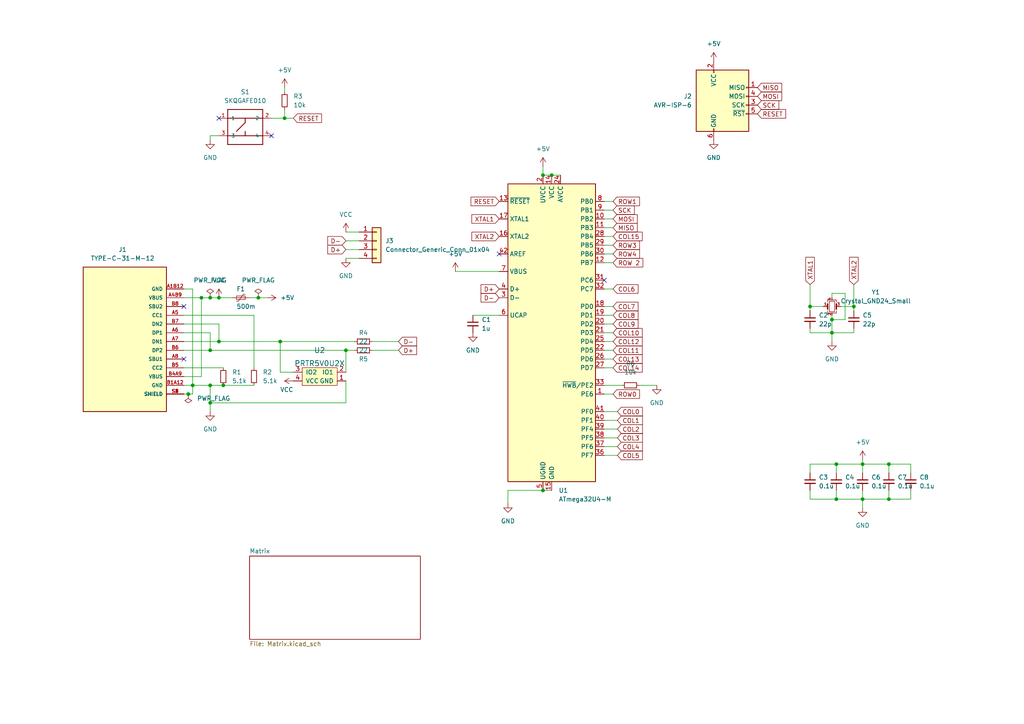
<source format=kicad_sch>
(kicad_sch (version 20211123) (generator eeschema)
  (paper "A4")
  (lib_symbols
    (symbol "Connector:AVR-ISP-6" (pin_names (offset 1.016))
      (property "Reference" "J" (at -6.35 11.43 0))
      (property "Value" "AVR-ISP-6" (at 0 11.43 0))
      (symbol "AVR-ISP-6_0_1"
        (rectangle (start -2.667 -6.858) (end -2.413 -7.62))
        (rectangle (start -2.667 10.16) (end -2.413 9.398))
        (rectangle (start 7.62 -2.413) (end 6.858 -2.667))
        (rectangle (start 7.62 0.127) (end 6.858 -0.127))
        (rectangle (start 7.62 2.667) (end 6.858 2.413))
        (rectangle (start 7.62 5.207) (end 6.858 4.953))
        (rectangle (start 7.62 10.16) (end -7.62 -7.62) (stroke (width 0.254)) (fill (type background)))
      )
      (symbol "AVR-ISP-6_1_1"
        (pin passive line (at 10.16 5.08 180) (length 2.54) (name "MISO") (number "1"))
        (pin passive line (at -2.54 12.7 270) (length 2.54) (name "VCC") (number "2"))
        (pin passive line (at 10.16 0 180) (length 2.54) (name "SCK") (number "3"))
        (pin passive line (at 10.16 2.54 180) (length 2.54) (name "MOSI") (number "4"))
        (pin passive line (at 10.16 -2.54 180) (length 2.54) (name "~{RST}") (number "5"))
        (pin passive line (at -2.54 -10.16 90) (length 2.54) (name "GND") (number "6"))
      )
    )
    (symbol "Device:C_Small" (pin_numbers hide) (pin_names (offset 0.254) hide)
      (property "Reference" "C" (at 0.254 1.778 0))
      (property "Value" "C_Small" (at 0.254 -2.032 0))
      (symbol "C_Small_0_1"
        (polyline (pts (xy -1.524 -0.508) (xy 1.524 -0.508)) (stroke (width 0.3302)))
        (polyline (pts (xy -1.524 0.508) (xy 1.524 0.508)) (stroke (width 0.3048)))
      )
      (symbol "C_Small_1_1"
        (pin passive line (at 0 2.54 270) (length 2.032) (name "~") (number "1"))
        (pin passive line (at 0 -2.54 90) (length 2.032) (name "~") (number "2"))
      )
    )
    (symbol "Device:Crystal_GND24_Small" (pin_names (offset 1.016) hide)
      (property "Reference" "Y" (at 1.27 4.445 0))
      (property "Value" "Crystal_GND24_Small" (at 1.27 2.54 0))
      (symbol "Crystal_GND24_Small_0_1"
        (rectangle (start -0.762 -1.524) (end 0.762 1.524))
        (polyline (pts (xy -1.27 -0.762) (xy -1.27 0.762)) (stroke (width 0.381)))
        (polyline (pts (xy 1.27 -0.762) (xy 1.27 0.762)) (stroke (width 0.381)))
        (polyline (pts (xy -1.27 -1.27) (xy -1.27 -1.905) (xy 1.27 -1.905) (xy 1.27 -1.27)))
        (polyline (pts (xy -1.27 1.27) (xy -1.27 1.905) (xy 1.27 1.905) (xy 1.27 1.27)))
      )
      (symbol "Crystal_GND24_Small_1_1"
        (pin passive line (at -2.54 0 0) (length 1.27) (name "1") (number "1"))
        (pin passive line (at 0 -2.54 90) (length 0.635) (name "2") (number "2"))
        (pin passive line (at 2.54 0 180) (length 1.27) (name "3") (number "3"))
        (pin passive line (at 0 2.54 270) (length 0.635) (name "4") (number "4"))
      )
    )
    (symbol "Device:Polyfuse_Small" (pin_numbers hide) (pin_names (offset 0))
      (property "Reference" "F" (at -1.905 0 90))
      (property "Value" "Polyfuse_Small" (at 1.905 0 90))
      (symbol "Polyfuse_Small_0_1"
        (rectangle (start -0.508 1.27) (end 0.508 -1.27))
        (polyline (pts (xy 0 2.54) (xy 0 -2.54)))
        (polyline (pts (xy -1.016 1.27) (xy -1.016 0.762) (xy 1.016 -0.762) (xy 1.016 -1.27)))
      )
      (symbol "Polyfuse_Small_1_1"
        (pin passive line (at 0 2.54 270) (length 0.635) (name "~") (number "1"))
        (pin passive line (at 0 -2.54 90) (length 0.635) (name "~") (number "2"))
      )
    )
    (symbol "Device:R_Small" (pin_numbers hide) (pin_names (offset 0.254) hide)
      (property "Reference" "R" (at 0.762 0.508 0))
      (property "Value" "R_Small" (at 0.762 -1.016 0))
      (symbol "R_Small_0_1"
        (rectangle (start -0.762 1.778) (end 0.762 -1.778) (stroke (width 0.2032)))
      )
      (symbol "R_Small_1_1"
        (pin passive line (at 0 2.54 270) (length 0.762) (name "~") (number "1"))
        (pin passive line (at 0 -2.54 90) (length 0.762) (name "~") (number "2"))
      )
    )
    (symbol "MCU_Microchip_ATmega:ATmega32U4-M"
      (property "Reference" "U" (at -12.7 44.45 0))
      (property "Value" "ATmega32U4-M" (at 2.54 -44.45 0))
      (symbol "ATmega32U4-M_0_1"
        (rectangle (start -12.7 -43.18) (end 12.7 43.18) (stroke (width 0.254)) (fill (type background)))
      )
      (symbol "ATmega32U4-M_1_1"
        (pin bidirectional line (at 15.24 -17.78 180) (length 2.54) (name "PE6") (number "1"))
        (pin bidirectional line (at 15.24 33.02 180) (length 2.54) (name "PB2") (number "10"))
        (pin bidirectional line (at 15.24 30.48 180) (length 2.54) (name "PB3") (number "11"))
        (pin bidirectional line (at 15.24 20.32 180) (length 2.54) (name "PB7") (number "12"))
        (pin input line (at -15.24 38.1 0) (length 2.54) (name "~{RESET}") (number "13"))
        (pin power_in line (at 0 45.72 270) (length 2.54) (name "VCC") (number "14"))
        (pin power_in line (at 0 -45.72 90) (length 2.54) (name "GND") (number "15"))
        (pin output line (at -15.24 27.94 0) (length 2.54) (name "XTAL2") (number "16"))
        (pin input line (at -15.24 33.02 0) (length 2.54) (name "XTAL1") (number "17"))
        (pin bidirectional line (at 15.24 7.62 180) (length 2.54) (name "PD0") (number "18"))
        (pin bidirectional line (at 15.24 5.08 180) (length 2.54) (name "PD1") (number "19"))
        (pin power_in line (at -2.54 45.72 270) (length 2.54) (name "UVCC") (number "2"))
        (pin bidirectional line (at 15.24 2.54 180) (length 2.54) (name "PD2") (number "20"))
        (pin bidirectional line (at 15.24 0 180) (length 2.54) (name "PD3") (number "21"))
        (pin bidirectional line (at 15.24 -5.08 180) (length 2.54) (name "PD5") (number "22"))
        (pin passive line (at 0 -45.72 90) (length 2.54) hide (name "GND") (number "23"))
        (pin power_in line (at 2.54 45.72 270) (length 2.54) (name "AVCC") (number "24"))
        (pin bidirectional line (at 15.24 -2.54 180) (length 2.54) (name "PD4") (number "25"))
        (pin bidirectional line (at 15.24 -7.62 180) (length 2.54) (name "PD6") (number "26"))
        (pin bidirectional line (at 15.24 -10.16 180) (length 2.54) (name "PD7") (number "27"))
        (pin bidirectional line (at 15.24 27.94 180) (length 2.54) (name "PB4") (number "28"))
        (pin bidirectional line (at 15.24 25.4 180) (length 2.54) (name "PB5") (number "29"))
        (pin bidirectional line (at -15.24 10.16 0) (length 2.54) (name "D-") (number "3"))
        (pin bidirectional line (at 15.24 22.86 180) (length 2.54) (name "PB6") (number "30"))
        (pin bidirectional line (at 15.24 15.24 180) (length 2.54) (name "PC6") (number "31"))
        (pin bidirectional line (at 15.24 12.7 180) (length 2.54) (name "PC7") (number "32"))
        (pin bidirectional line (at 15.24 -15.24 180) (length 2.54) (name "~{HWB}/PE2") (number "33"))
        (pin passive line (at 0 45.72 270) (length 2.54) hide (name "VCC") (number "34"))
        (pin passive line (at 0 -45.72 90) (length 2.54) hide (name "GND") (number "35"))
        (pin bidirectional line (at 15.24 -35.56 180) (length 2.54) (name "PF7") (number "36"))
        (pin bidirectional line (at 15.24 -33.02 180) (length 2.54) (name "PF6") (number "37"))
        (pin bidirectional line (at 15.24 -30.48 180) (length 2.54) (name "PF5") (number "38"))
        (pin bidirectional line (at 15.24 -27.94 180) (length 2.54) (name "PF4") (number "39"))
        (pin bidirectional line (at -15.24 12.7 0) (length 2.54) (name "D+") (number "4"))
        (pin bidirectional line (at 15.24 -25.4 180) (length 2.54) (name "PF1") (number "40"))
        (pin bidirectional line (at 15.24 -22.86 180) (length 2.54) (name "PF0") (number "41"))
        (pin passive line (at -15.24 22.86 0) (length 2.54) (name "AREF") (number "42"))
        (pin passive line (at 0 -45.72 90) (length 2.54) hide (name "GND") (number "43"))
        (pin passive line (at 2.54 45.72 270) (length 2.54) hide (name "AVCC") (number "44"))
        (pin passive line (at 0 -45.72 90) (length 2.54) hide (name "GND") (number "45"))
        (pin passive line (at -2.54 -45.72 90) (length 2.54) (name "UGND") (number "5"))
        (pin passive line (at -15.24 5.08 0) (length 2.54) (name "UCAP") (number "6"))
        (pin input line (at -15.24 17.78 0) (length 2.54) (name "VBUS") (number "7"))
        (pin bidirectional line (at 15.24 38.1 180) (length 2.54) (name "PB0") (number "8"))
        (pin bidirectional line (at 15.24 35.56 180) (length 2.54) (name "PB1") (number "9"))
      )
    )
    (symbol "SKQGAFE010:SKQGAFE010" (pin_names (offset 1.016))
      (property "Reference" "S" (at -5.08 5.334 0))
      (property "Value" "SKQGAFE010" (at -5.08 -7.62 0))
      (symbol "SKQGAFE010_0_0"
        (polyline (pts (xy -5.08 -5.08) (xy 5.08 -5.08)) (stroke (width 0.254)))
        (polyline (pts (xy -5.08 -2.54) (xy -5.08 -5.08)) (stroke (width 0.254)))
        (polyline (pts (xy -5.08 -2.54) (xy 0 -2.54)) (stroke (width 0.254)))
        (polyline (pts (xy -5.08 2.54) (xy -5.08 -2.54)) (stroke (width 0.254)))
        (polyline (pts (xy -5.08 2.54) (xy 0 2.54)) (stroke (width 0.254)))
        (polyline (pts (xy -5.08 5.08) (xy -5.08 2.54)) (stroke (width 0.254)))
        (polyline (pts (xy 0 -2.54) (xy 0 -1.27)) (stroke (width 0.254)))
        (polyline (pts (xy 0 -2.54) (xy 5.08 -2.54)) (stroke (width 0.254)))
        (polyline (pts (xy 0 1.27) (xy -2.54 -1.27)) (stroke (width 0.254)))
        (polyline (pts (xy 0 2.54) (xy 0 1.27)) (stroke (width 0.254)))
        (polyline (pts (xy 0 2.54) (xy 5.08 2.54)) (stroke (width 0.254)))
        (polyline (pts (xy 5.08 -5.08) (xy 5.08 -2.54)) (stroke (width 0.254)))
        (polyline (pts (xy 5.08 -2.54) (xy 5.08 2.54)) (stroke (width 0.254)))
        (polyline (pts (xy 5.08 2.54) (xy 5.08 5.08)) (stroke (width 0.254)))
        (polyline (pts (xy 5.08 5.08) (xy -5.08 5.08)) (stroke (width 0.254)))
        (pin passive line (at -7.62 2.54 0) (length 2.54) (name "1") (number "1"))
        (pin passive line (at 7.62 2.54 180) (length 2.54) (name "2") (number "2"))
        (pin passive line (at -7.62 -2.54 0) (length 2.54) (name "3") (number "3"))
        (pin passive line (at 7.62 -2.54 180) (length 2.54) (name "4") (number "4"))
      )
    )
    (symbol "TYPE-C-31-M-12:TYPE-C-31-M-12" (pin_names (offset 1.016))
      (property "Reference" "J1" (at 0 17.78 0))
      (property "Value" "TYPE-C-31-M-12" (at 0 15.24 0))
      (symbol "TYPE-C-31-M-12_0_0"
        (rectangle (start -11.43 12.7) (end 12.7 -29.21) (stroke (width 0.254)) (fill (type background)))
        (pin power_in line (at 17.78 6.35 180) (length 5.08) (name "GND") (number "A1B12"))
        (pin power_in line (at 17.78 3.81 180) (length 5.08) (name "VBUS") (number "A4B9"))
        (pin bidirectional line (at 17.78 -1.27 180) (length 5.08) (name "CC1") (number "A5"))
        (pin bidirectional line (at 17.78 -6.35 180) (length 5.08) (name "DP1") (number "A6"))
        (pin bidirectional line (at 17.78 -8.89 180) (length 5.08) (name "DN1") (number "A7"))
        (pin bidirectional line (at 17.78 -13.97 180) (length 5.08) (name "SBU1") (number "A8"))
        (pin power_in line (at 17.78 -21.59 180) (length 5.08) (name "GND") (number "B1A12"))
        (pin power_in line (at 17.78 -19.05 180) (length 5.08) (name "VBUS") (number "B4A9"))
        (pin bidirectional line (at 17.78 -16.51 180) (length 5.08) (name "CC2") (number "B5"))
        (pin bidirectional line (at 17.78 -11.43 180) (length 5.08) (name "DP2") (number "B6"))
        (pin bidirectional line (at 17.78 -3.81 180) (length 5.08) (name "DN2") (number "B7"))
        (pin bidirectional line (at 17.78 1.27 180) (length 5.08) (name "SBU2") (number "B8"))
        (pin passive line (at 17.78 -24.13 180) (length 5.08) (name "SHIELD") (number "S1"))
        (pin passive line (at 17.78 -24.13 180) (length 5.08) (name "SHIELD") (number "S2"))
        (pin passive line (at 17.78 -24.13 180) (length 5.08) (name "SHIELD") (number "S3"))
        (pin passive line (at 17.78 -24.13 180) (length 5.08) (name "SHIELD") (number "S4"))
      )
    )
    (symbol "Unified-Daughterboard-cache:Connector_Generic_Conn_01x04" (pin_names (offset 1.016) hide)
      (property "Reference" "J" (at 0 5.08 0))
      (property "Value" "Connector_Generic_Conn_01x04" (at 0 -7.62 0))
      (symbol "Connector_Generic_Conn_01x04_1_1"
        (rectangle (start -1.27 -4.953) (end 0 -5.207) (stroke (width 0.1524)))
        (rectangle (start -1.27 -2.413) (end 0 -2.667) (stroke (width 0.1524)))
        (rectangle (start -1.27 0.127) (end 0 -0.127) (stroke (width 0.1524)))
        (rectangle (start -1.27 2.667) (end 0 2.413) (stroke (width 0.1524)))
        (rectangle (start -1.27 3.81) (end 1.27 -6.35) (stroke (width 0.254)) (fill (type background)))
        (pin passive line (at -5.08 2.54 0) (length 3.81) (name "Pin_1") (number "1"))
        (pin passive line (at -5.08 0 0) (length 3.81) (name "Pin_2") (number "2"))
        (pin passive line (at -5.08 -2.54 0) (length 3.81) (name "Pin_3") (number "3"))
        (pin passive line (at -5.08 -5.08 0) (length 3.81) (name "Pin_4") (number "4"))
      )
    )
    (symbol "power:+5V" (power) (pin_names (offset 0))
      (property "Value" "+5V" (at 0 3.556 0))
      (symbol "+5V_0_1"
        (polyline (pts (xy -0.762 1.27) (xy 0 2.54)))
        (polyline (pts (xy 0 0) (xy 0 2.54)))
        (polyline (pts (xy 0 2.54) (xy 0.762 1.27)))
      )
      (symbol "+5V_1_1"
        (pin power_in line (at 0 0 90) (length 0) hide (name "+5V") (number "1"))
      )
    )
    (symbol "power:GND" (power) (pin_names (offset 0))
      (property "Value" "GND" (at 0 -3.81 0))
      (symbol "GND_0_1"
        (polyline (pts (xy 0 0) (xy 0 -1.27) (xy 1.27 -1.27) (xy 0 -2.54) (xy -1.27 -1.27) (xy 0 -1.27)))
      )
      (symbol "GND_1_1"
        (pin power_in line (at 0 0 270) (length 0) hide (name "GND") (number "1"))
      )
    )
    (symbol "power:PWR_FLAG" (power) (pin_numbers hide) (pin_names (offset 0) hide)
      (property "Value" "PWR_FLAG" (at 0 3.81 0))
      (symbol "PWR_FLAG_0_0"
        (pin power_out line (at 0 0 90) (length 0) (name "pwr") (number "1"))
      )
      (symbol "PWR_FLAG_0_1"
        (polyline (pts (xy 0 0) (xy 0 1.27) (xy -1.016 1.905) (xy 0 2.54) (xy 1.016 1.905) (xy 0 1.27)))
      )
    )
    (symbol "power:VCC" (power) (pin_names (offset 0))
      (property "Value" "VCC" (at 0 3.81 0))
      (symbol "VCC_0_1"
        (polyline (pts (xy -0.762 1.27) (xy 0 2.54)))
        (polyline (pts (xy 0 0) (xy 0 2.54)))
        (polyline (pts (xy 0 2.54) (xy 0.762 1.27)))
      )
      (symbol "VCC_1_1"
        (pin power_in line (at 0 0 90) (length 0) hide (name "VCC") (number "1"))
      )
    )
    (symbol "random-keyboard-parts:PRTR5V0U2X" (pin_names (offset 1.016))
      (property "Reference" "U" (at 0 3.81 0))
      (property "Value" "PRTR5V0U2X" (at 0 -3.81 0))
      (symbol "PRTR5V0U2X_0_1"
        (rectangle (start -5.08 2.54) (end 5.08 -2.54) (fill (type background)))
      )
      (symbol "PRTR5V0U2X_1_1"
        (pin input line (at -7.62 1.27 0) (length 2.54) (name "GND") (number "1"))
        (pin input line (at -7.62 -1.27 0) (length 2.54) (name "IO1") (number "2"))
        (pin input line (at 7.62 -1.27 180) (length 2.54) (name "IO2") (number "3"))
        (pin input line (at 7.62 1.27 180) (length 2.54) (name "VCC") (number "4"))
      )
    )
  )
  (junction (at 60.96 101.6))
  (junction (at 241.3 92.71))
  (junction (at 241.3 96.52))
  (junction (at 100.33 101.6))
  (junction (at 55.88 111.76))
  (junction (at 60.96 86.36))
  (junction (at 63.5 99.06))
  (junction (at 60.96 111.76))
  (junction (at 257.81 134.62))
  (junction (at 60.96 116.84))
  (junction (at 242.57 134.62))
  (junction (at 81.28 99.06))
  (junction (at 250.19 134.62))
  (junction (at 250.19 144.78))
  (junction (at 234.95 88.9))
  (junction (at 157.48 142.24))
  (junction (at 74.93 86.36))
  (junction (at 58.42 86.36))
  (junction (at 63.5 86.36))
  (junction (at 54.61 114.3))
  (junction (at 247.65 88.9))
  (junction (at 242.57 144.78))
  (junction (at 82.55 34.29))
  (junction (at 257.81 144.78))
  (junction (at 157.48 50.8))
  (junction (at 64.77 111.76))
  (junction (at 160.02 50.8))
  (no_connect (at 78.74 39.37))
  (no_connect (at 144.78 73.66))
  (no_connect (at 175.26 81.28))
  (no_connect (at 53.34 104.14))
  (no_connect (at 53.34 88.9))
  (no_connect (at 63.5 34.29))
  (wire (pts (xy 242.57 144.78) (xy 250.19 144.78)))
  (wire (pts (xy 177.8 114.3) (xy 175.26 114.3)))
  (wire (pts (xy 175.26 121.92) (xy 179.07 121.92)))
  (wire (pts (xy 175.26 111.76) (xy 180.34 111.76)))
  (wire (pts (xy 81.28 99.06) (xy 102.87 99.06)))
  (wire (pts (xy 234.95 96.52) (xy 241.3 96.52)))
  (wire (pts (xy 175.26 132.08) (xy 179.07 132.08)))
  (wire (pts (xy 63.5 86.36) (xy 67.31 86.36)))
  (wire (pts (xy 54.61 114.3) (xy 55.88 114.3)))
  (wire (pts (xy 58.42 109.22) (xy 58.42 86.36)))
  (wire (pts (xy 175.26 124.46) (xy 179.07 124.46)))
  (wire (pts (xy 157.48 142.24) (xy 160.02 142.24)))
  (wire (pts (xy 177.8 66.04) (xy 175.26 66.04)))
  (wire (pts (xy 132.08 78.74) (xy 144.78 78.74)))
  (wire (pts (xy 234.95 142.24) (xy 234.95 144.78)))
  (wire (pts (xy 241.3 92.71) (xy 241.3 96.52)))
  (wire (pts (xy 241.3 91.44) (xy 241.3 92.71)))
  (wire (pts (xy 55.88 111.76) (xy 60.96 111.76)))
  (wire (pts (xy 185.42 111.76) (xy 190.5 111.76)))
  (wire (pts (xy 245.11 85.09) (xy 245.11 92.71)))
  (wire (pts (xy 175.26 58.42) (xy 177.8 58.42)))
  (wire (pts (xy 53.34 114.3) (xy 54.61 114.3)))
  (wire (pts (xy 234.95 88.9) (xy 238.76 88.9)))
  (wire (pts (xy 257.81 142.24) (xy 257.81 144.78)))
  (wire (pts (xy 175.26 76.2) (xy 177.8 76.2)))
  (wire (pts (xy 53.34 96.52) (xy 60.96 96.52)))
  (wire (pts (xy 175.26 127) (xy 179.07 127)))
  (wire (pts (xy 53.34 109.22) (xy 58.42 109.22)))
  (wire (pts (xy 175.26 93.98) (xy 177.8 93.98)))
  (wire (pts (xy 63.5 99.06) (xy 81.28 99.06)))
  (wire (pts (xy 157.48 48.26) (xy 157.48 50.8)))
  (wire (pts (xy 55.88 111.76) (xy 53.34 111.76)))
  (wire (pts (xy 234.95 134.62) (xy 242.57 134.62)))
  (wire (pts (xy 100.33 69.85) (xy 104.14 69.85)))
  (wire (pts (xy 100.33 72.39) (xy 104.14 72.39)))
  (wire (pts (xy 175.26 106.68) (xy 177.8 106.68)))
  (wire (pts (xy 63.5 93.98) (xy 63.5 99.06)))
  (wire (pts (xy 60.96 96.52) (xy 60.96 101.6)))
  (wire (pts (xy 107.95 99.06) (xy 115.57 99.06)))
  (wire (pts (xy 177.8 63.5) (xy 175.26 63.5)))
  (wire (pts (xy 175.26 68.58) (xy 177.8 68.58)))
  (wire (pts (xy 250.19 134.62) (xy 257.81 134.62)))
  (wire (pts (xy 100.33 74.93) (xy 104.14 74.93)))
  (wire (pts (xy 160.02 50.8) (xy 162.56 50.8)))
  (wire (pts (xy 250.19 133.35) (xy 250.19 134.62)))
  (wire (pts (xy 53.34 86.36) (xy 58.42 86.36)))
  (wire (pts (xy 177.8 71.12) (xy 175.26 71.12)))
  (wire (pts (xy 100.33 110.49) (xy 100.33 116.84)))
  (wire (pts (xy 234.95 88.9) (xy 234.95 90.17)))
  (wire (pts (xy 175.26 99.06) (xy 177.8 99.06)))
  (wire (pts (xy 82.55 31.75) (xy 82.55 34.29)))
  (wire (pts (xy 175.26 119.38) (xy 179.07 119.38)))
  (wire (pts (xy 60.96 101.6) (xy 100.33 101.6)))
  (wire (pts (xy 257.81 134.62) (xy 264.16 134.62)))
  (wire (pts (xy 241.3 92.71) (xy 245.11 92.71)))
  (wire (pts (xy 264.16 134.62) (xy 264.16 137.16)))
  (wire (pts (xy 73.66 91.44) (xy 73.66 106.68)))
  (wire (pts (xy 242.57 142.24) (xy 242.57 144.78)))
  (wire (pts (xy 250.19 144.78) (xy 250.19 147.32)))
  (wire (pts (xy 53.34 106.68) (xy 64.77 106.68)))
  (wire (pts (xy 74.93 86.36) (xy 77.47 86.36)))
  (wire (pts (xy 60.96 111.76) (xy 64.77 111.76)))
  (wire (pts (xy 247.65 96.52) (xy 241.3 96.52)))
  (wire (pts (xy 60.96 116.84) (xy 60.96 111.76)))
  (wire (pts (xy 247.65 95.25) (xy 247.65 96.52)))
  (wire (pts (xy 250.19 134.62) (xy 250.19 137.16)))
  (wire (pts (xy 157.48 50.8) (xy 160.02 50.8)))
  (wire (pts (xy 53.34 93.98) (xy 63.5 93.98)))
  (wire (pts (xy 175.26 96.52) (xy 177.8 96.52)))
  (wire (pts (xy 147.32 146.05) (xy 147.32 142.24)))
  (wire (pts (xy 234.95 137.16) (xy 234.95 134.62)))
  (wire (pts (xy 241.3 86.36) (xy 241.3 85.09)))
  (wire (pts (xy 247.65 88.9) (xy 247.65 90.17)))
  (wire (pts (xy 264.16 142.24) (xy 264.16 144.78)))
  (wire (pts (xy 60.96 116.84) (xy 60.96 119.38)))
  (wire (pts (xy 147.32 142.24) (xy 157.48 142.24)))
  (wire (pts (xy 242.57 134.62) (xy 250.19 134.62)))
  (wire (pts (xy 55.88 114.3) (xy 55.88 111.76)))
  (wire (pts (xy 137.16 91.44) (xy 144.78 91.44)))
  (wire (pts (xy 100.33 101.6) (xy 102.87 101.6)))
  (wire (pts (xy 82.55 25.4) (xy 82.55 26.67)))
  (wire (pts (xy 55.88 83.82) (xy 55.88 111.76)))
  (wire (pts (xy 234.95 144.78) (xy 242.57 144.78)))
  (wire (pts (xy 78.74 34.29) (xy 82.55 34.29)))
  (wire (pts (xy 60.96 116.84) (xy 100.33 116.84)))
  (wire (pts (xy 60.96 86.36) (xy 63.5 86.36)))
  (wire (pts (xy 81.28 107.95) (xy 81.28 99.06)))
  (wire (pts (xy 241.3 96.52) (xy 241.3 99.06)))
  (wire (pts (xy 175.26 73.66) (xy 177.8 73.66)))
  (wire (pts (xy 72.39 86.36) (xy 74.93 86.36)))
  (wire (pts (xy 53.34 99.06) (xy 63.5 99.06)))
  (wire (pts (xy 234.95 95.25) (xy 234.95 96.52)))
  (wire (pts (xy 175.26 83.82) (xy 177.8 83.82)))
  (wire (pts (xy 241.3 85.09) (xy 245.11 85.09)))
  (wire (pts (xy 100.33 101.6) (xy 100.33 107.95)))
  (wire (pts (xy 177.8 60.96) (xy 175.26 60.96)))
  (wire (pts (xy 175.26 101.6) (xy 177.8 101.6)))
  (wire (pts (xy 250.19 142.24) (xy 250.19 144.78)))
  (wire (pts (xy 175.26 88.9) (xy 177.8 88.9)))
  (wire (pts (xy 53.34 101.6) (xy 60.96 101.6)))
  (wire (pts (xy 58.42 86.36) (xy 60.96 86.36)))
  (wire (pts (xy 257.81 134.62) (xy 257.81 137.16)))
  (wire (pts (xy 63.5 39.37) (xy 60.96 39.37)))
  (wire (pts (xy 107.95 101.6) (xy 115.57 101.6)))
  (wire (pts (xy 247.65 88.9) (xy 247.65 82.55)))
  (wire (pts (xy 175.26 129.54) (xy 179.07 129.54)))
  (wire (pts (xy 53.34 91.44) (xy 73.66 91.44)))
  (wire (pts (xy 257.81 144.78) (xy 264.16 144.78)))
  (wire (pts (xy 82.55 34.29) (xy 85.09 34.29)))
  (wire (pts (xy 60.96 39.37) (xy 60.96 40.64)))
  (wire (pts (xy 85.09 107.95) (xy 81.28 107.95)))
  (wire (pts (xy 250.19 144.78) (xy 257.81 144.78)))
  (wire (pts (xy 234.95 82.55) (xy 234.95 88.9)))
  (wire (pts (xy 100.33 67.31) (xy 104.14 67.31)))
  (wire (pts (xy 64.77 111.76) (xy 73.66 111.76)))
  (wire (pts (xy 175.26 91.44) (xy 177.8 91.44)))
  (wire (pts (xy 53.34 83.82) (xy 55.88 83.82)))
  (wire (pts (xy 243.84 88.9) (xy 247.65 88.9)))
  (wire (pts (xy 242.57 134.62) (xy 242.57 137.16)))
  (wire (pts (xy 175.26 104.14) (xy 177.8 104.14)))
  (global_label "XTAL1" (shape input) (at 144.78 63.5 180) (property "Intersheet References" "${INTERSHEET_REFS}" (effects hide)))
  (global_label "COL4" (shape input) (at 179.07 129.54 0) (property "Intersheet References" "${INTERSHEET_REFS}" (effects hide)))
  (global_label "ROW3" (shape input) (at 177.8 71.12 0) (property "Intersheet References" "${INTERSHEET_REFS}" (effects hide)))
  (global_label "ROW 2" (shape input) (at 177.8 76.2 0) (property "Intersheet References" "${INTERSHEET_REFS}" (effects hide)))
  (global_label "D+" (shape input) (at 144.78 83.82 180) (property "Intersheet References" "${INTERSHEET_REFS}" (effects hide)))
  (global_label "COL10" (shape input) (at 177.8 96.52 0) (property "Intersheet References" "${INTERSHEET_REFS}" (effects hide)))
  (global_label "MISO" (shape input) (at 177.8 66.04 0) (property "Intersheet References" "${INTERSHEET_REFS}" (effects hide)))
  (global_label "RESET" (shape input) (at 85.09 34.29 0) (property "Intersheet References" "${INTERSHEET_REFS}" (effects hide)))
  (global_label "RESET" (shape input) (at 219.71 33.02 0) (property "Intersheet References" "${INTERSHEET_REFS}" (effects hide)))
  (global_label "XTAL2" (shape input) (at 247.65 82.55 90) (property "Intersheet References" "${INTERSHEET_REFS}" (effects hide)))
  (global_label "RESET" (shape input) (at 144.78 58.42 180) (property "Intersheet References" "${INTERSHEET_REFS}" (effects hide)))
  (global_label "XTAL1" (shape input) (at 234.95 82.55 90) (property "Intersheet References" "${INTERSHEET_REFS}" (effects hide)))
  (global_label "COL14" (shape input) (at 177.8 106.68 0) (property "Intersheet References" "${INTERSHEET_REFS}" (effects hide)))
  (global_label "ROW1" (shape input) (at 177.8 58.42 0) (property "Intersheet References" "${INTERSHEET_REFS}" (effects hide)))
  (global_label "ROW4" (shape input) (at 177.8 73.66 0) (property "Intersheet References" "${INTERSHEET_REFS}" (effects hide)))
  (global_label "D-" (shape input) (at 144.78 86.36 180) (property "Intersheet References" "${INTERSHEET_REFS}" (effects hide)))
  (global_label "MOSI" (shape input) (at 219.71 27.94 0) (property "Intersheet References" "${INTERSHEET_REFS}" (effects hide)))
  (global_label "MOSI" (shape input) (at 177.8 63.5 0) (property "Intersheet References" "${INTERSHEET_REFS}" (effects hide)))
  (global_label "COL7" (shape input) (at 177.8 88.9 0) (property "Intersheet References" "${INTERSHEET_REFS}" (effects hide)))
  (global_label "COL12" (shape input) (at 177.8 99.06 0) (property "Intersheet References" "${INTERSHEET_REFS}" (effects hide)))
  (global_label "COL15" (shape input) (at 177.8 68.58 0) (property "Intersheet References" "${INTERSHEET_REFS}" (effects hide)))
  (global_label "COL0" (shape input) (at 179.07 119.38 0) (property "Intersheet References" "${INTERSHEET_REFS}" (effects hide)))
  (global_label "COL5" (shape input) (at 179.07 132.08 0) (property "Intersheet References" "${INTERSHEET_REFS}" (effects hide)))
  (global_label "COL6" (shape input) (at 177.8 83.82 0) (property "Intersheet References" "${INTERSHEET_REFS}" (effects hide)))
  (global_label "COL2" (shape input) (at 179.07 124.46 0) (property "Intersheet References" "${INTERSHEET_REFS}" (effects hide)))
  (global_label "D-" (shape input) (at 100.33 69.85 180) (property "Intersheet References" "${INTERSHEET_REFS}" (effects hide)))
  (global_label "SCK" (shape input) (at 219.71 30.48 0) (property "Intersheet References" "${INTERSHEET_REFS}" (effects hide)))
  (global_label "COL13" (shape input) (at 177.8 104.14 0) (property "Intersheet References" "${INTERSHEET_REFS}" (effects hide)))
  (global_label "ROW0" (shape input) (at 177.8 114.3 0) (property "Intersheet References" "${INTERSHEET_REFS}" (effects hide)))
  (global_label "SCK" (shape input) (at 177.8 60.96 0) (property "Intersheet References" "${INTERSHEET_REFS}" (effects hide)))
  (global_label "D+" (shape input) (at 100.33 72.39 180) (property "Intersheet References" "${INTERSHEET_REFS}" (effects hide)))
  (global_label "COL3" (shape input) (at 179.07 127 0) (property "Intersheet References" "${INTERSHEET_REFS}" (effects hide)))
  (global_label "XTAL2" (shape input) (at 144.78 68.58 180) (property "Intersheet References" "${INTERSHEET_REFS}" (effects hide)))
  (global_label "D+" (shape input) (at 115.57 101.6 0) (property "Intersheet References" "${INTERSHEET_REFS}" (effects hide)))
  (global_label "MISO" (shape input) (at 219.71 25.4 0) (property "Intersheet References" "${INTERSHEET_REFS}" (effects hide)))
  (global_label "COL11" (shape input) (at 177.8 101.6 0) (property "Intersheet References" "${INTERSHEET_REFS}" (effects hide)))
  (global_label "COL1" (shape input) (at 179.07 121.92 0) (property "Intersheet References" "${INTERSHEET_REFS}" (effects hide)))
  (global_label "COL8" (shape input) (at 177.8 91.44 0) (property "Intersheet References" "${INTERSHEET_REFS}" (effects hide)))
  (global_label "COL9" (shape input) (at 177.8 93.98 0) (property "Intersheet References" "${INTERSHEET_REFS}" (effects hide)))
  (global_label "D-" (shape input) (at 115.57 99.06 0) (property "Intersheet References" "${INTERSHEET_REFS}" (effects hide)))
  (symbol (lib_id "power:PWR_FLAG") (at 54.61 114.3 180) (unit 1)
    (property "Reference" "#FLG0101" (effects hide))
    (property "Value" "PWR_FLAG" (at 57.15 115.5699 0) (effects (justify right)))
  )
  (symbol (lib_id "power:VCC") (at 85.09 110.49 90) (unit 1)
    (property "Reference" "#PWR0107" (effects hide))
    (property "Value" "VCC" (at 85.09 113.03 90) (effects (justify left)))
  )
  (symbol (lib_id "Device:C_Small") (at 247.65 92.71 0) (unit 1)
    (property "Reference" "C5" (at 250.19 91.4462 0) (effects (justify left)))
    (property "Value" "22p" (at 250.19 93.9862 0) (effects (justify left)))
    (property "Footprint" "Capacitor_SMD:C_0805_2012Metric_Pad1.18x1.45mm_HandSolder" (effects hide))
  )
  (symbol (lib_id "Device:R_Small") (at 64.77 109.22 0) (unit 1)
    (property "Reference" "R1" (at 67.31 107.9499 0) (effects (justify left)))
    (property "Value" "5.1k" (at 67.31 110.4899 0) (effects (justify left)))
    (property "Footprint" "Resistor_SMD:R_0805_2012Metric_Pad1.20x1.40mm_HandSolder" (effects hide))
  )
  (symbol (lib_id "Device:R_Small") (at 182.88 111.76 90) (unit 1)
    (property "Reference" "R6" (at 182.88 105.41 90))
    (property "Value" "10k" (at 182.88 107.95 90))
    (property "Footprint" "Resistor_SMD:R_0805_2012Metric_Pad1.20x1.40mm_HandSolder" (effects hide))
  )
  (symbol (lib_id "power:+5V") (at 82.55 25.4 0) (unit 1)
    (property "Reference" "#PWR0115" (effects hide))
    (property "Value" "+5V" (at 82.55 20.32 0))
  )
  (symbol (lib_id "TYPE-C-31-M-12:TYPE-C-31-M-12") (at 35.56 90.17 0) (unit 1)
    (property "Reference" "J1" (at 35.56 72.39 0))
    (property "Value" "TYPE-C-31-M-12" (at 35.56 74.93 0))
    (property "Footprint" "Keyboard Component:HRO_TYPE-C-31-M-12" (effects hide))
    (property "MAXIMUM_PACKAGE_HEIGHT" "3.31mm" (effects hide))
    (property "MANUFACTURER" "HRO Electronics" (effects hide))
    (property "PARTREV" "A" (effects hide))
    (property "STANDARD" "Manufacturer Recommendations" (effects hide))
  )
  (symbol (lib_id "Unified-Daughterboard-cache:Connector_Generic_Conn_01x04") (at 109.22 69.85 0) (unit 1)
    (property "Reference" "J3" (at 111.76 69.8499 0) (effects (justify left)))
    (property "Value" "Connector_Generic_Conn_01x04" (at 111.76 72.3899 0) (effects (justify left)))
    (property "Footprint" "Connector_JST:JST_SH_SM04B-SRSS-TB_1x04-1MP_P1.00mm_Horizontal" (effects hide))
  )
  (symbol (lib_id "power:GND") (at 190.5 111.76 0) (unit 1)
    (property "Reference" "#PWR0104" (effects hide))
    (property "Value" "GND" (at 190.5 116.84 0))
  )
  (symbol (lib_id "Device:C_Small") (at 257.81 139.7 0) (unit 1)
    (property "Reference" "C7" (at 260.35 138.4362 0) (effects (justify left)))
    (property "Value" "0.1u" (at 260.35 140.9762 0) (effects (justify left)))
    (property "Footprint" "Capacitor_SMD:C_0805_2012Metric_Pad1.18x1.45mm_HandSolder" (effects hide))
  )
  (symbol (lib_id "power:+5V") (at 207.01 17.78 0) (unit 1)
    (property "Reference" "#PWR0102" (effects hide))
    (property "Value" "+5V" (at 207.01 12.7 0))
  )
  (symbol (lib_id "Device:R_Small") (at 105.41 99.06 90) (unit 1)
    (property "Reference" "R4" (at 105.41 96.52 90))
    (property "Value" "22" (at 105.41 99.06 90))
    (property "Footprint" "Resistor_SMD:R_0805_2012Metric_Pad1.20x1.40mm_HandSolder" (effects hide))
  )
  (symbol (lib_id "Device:C_Small") (at 137.16 93.98 0) (unit 1)
    (property "Reference" "C1" (at 139.7 92.7162 0) (effects (justify left)))
    (property "Value" "1u" (at 139.7 95.2562 0) (effects (justify left)))
    (property "Footprint" "Capacitor_SMD:C_0805_2012Metric_Pad1.18x1.45mm_HandSolder" (effects hide))
  )
  (symbol (lib_id "power:VCC") (at 100.33 67.31 0) (unit 1)
    (property "Reference" "#PWR0117" (effects hide))
    (property "Value" "VCC" (at 100.33 62.23 0))
  )
  (symbol (lib_id "power:GND") (at 100.33 74.93 0) (unit 1)
    (property "Reference" "#PWR0118" (effects hide))
    (property "Value" "GND" (at 100.33 80.01 0))
  )
  (symbol (lib_id "power:+5V") (at 132.08 78.74 0) (unit 1)
    (property "Reference" "#PWR0116" (effects hide))
    (property "Value" "+5V" (at 132.08 73.66 0))
  )
  (symbol (lib_id "Device:C_Small") (at 264.16 139.7 0) (unit 1)
    (property "Reference" "C8" (at 266.7 138.4362 0) (effects (justify left)))
    (property "Value" "0.1u" (at 266.7 140.9762 0) (effects (justify left)))
    (property "Footprint" "Capacitor_SMD:C_0805_2012Metric_Pad1.18x1.45mm_HandSolder" (effects hide))
  )
  (symbol (lib_id "MCU_Microchip_ATmega:ATmega32U4-M") (at 160.02 96.52 0) (unit 1)
    (property "Reference" "U1" (at 162.0394 142.24 0) (effects (justify left)))
    (property "Value" "ATmega32U4-M" (at 162.0394 144.78 0) (effects (justify left)))
    (property "Footprint" "Package_DFN_QFN:QFN-44-1EP_7x7mm_P0.5mm_EP5.2x5.2mm" (effects hide))
    (property "Datasheet" "http://ww1.microchip.com/downloads/en/DeviceDoc/Atmel-7766-8-bit-AVR-ATmega16U4-32U4_Datasheet.pdf" (effects hide))
  )
  (symbol (lib_id "power:+5V") (at 77.47 86.36 270) (unit 1)
    (property "Reference" "#PWR0113" (effects hide))
    (property "Value" "+5V" (at 81.28 86.3599 90) (effects (justify left)))
  )
  (symbol (lib_id "power:GND") (at 250.19 147.32 0) (unit 1)
    (property "Reference" "#PWR0101" (effects hide))
    (property "Value" "GND" (at 250.19 152.4 0))
  )
  (symbol (lib_id "power:GND") (at 241.3 99.06 0) (unit 1)
    (property "Reference" "#PWR0106" (effects hide))
    (property "Value" "GND" (at 241.3 104.14 0))
  )
  (symbol (lib_id "Device:Polyfuse_Small") (at 69.85 86.36 270) (unit 1)
    (property "Reference" "F1" (at 68.58 83.82 90) (effects (justify left)))
    (property "Value" "500m" (at 68.5801 88.9 90) (effects (justify left)))
    (property "Footprint" "Fuse:Fuse_1206_3216Metric_Pad1.42x1.75mm_HandSolder" (effects hide))
  )
  (symbol (lib_id "power:VCC") (at 63.5 86.36 0) (unit 1)
    (property "Reference" "#PWR0112" (effects hide))
    (property "Value" "VCC" (at 63.5 81.28 0))
  )
  (symbol (lib_id "Device:C_Small") (at 234.95 92.71 0) (unit 1)
    (property "Reference" "C2" (at 237.49 91.4462 0) (effects (justify left)))
    (property "Value" "22p" (at 237.49 93.9862 0) (effects (justify left)))
    (property "Footprint" "Capacitor_SMD:C_0805_2012Metric_Pad1.18x1.45mm_HandSolder" (effects hide))
  )
  (symbol (lib_id "power:GND") (at 207.01 40.64 0) (unit 1)
    (property "Reference" "#PWR0103" (effects hide))
    (property "Value" "GND" (at 207.01 45.72 0))
  )
  (symbol (lib_id "SKQGAFE010:SKQGAFE010") (at 71.12 36.83 0) (unit 1)
    (property "Reference" "S1" (at 71.12 26.67 0))
    (property "Value" "SKQGAFE010" (at 71.12 29.21 0))
    (property "Footprint" "SW_SKQGAFE010" (effects hide))
    (property "PART_REV" "B1" (effects hide))
    (property "STANDARD" "MANUFACTURER RECOMMENDATIONS" (effects hide))
    (property "MANUFACTURER" "ALPS" (effects hide))
  )
  (symbol (lib_id "power:GND") (at 147.32 146.05 0) (unit 1)
    (property "Reference" "#PWR0111" (effects hide))
    (property "Value" "GND" (at 147.32 151.13 0))
  )
  (symbol (lib_id "Device:C_Small") (at 242.57 139.7 0) (unit 1)
    (property "Reference" "C4" (at 245.11 138.4362 0) (effects (justify left)))
    (property "Value" "0.1u" (at 245.11 140.9762 0) (effects (justify left)))
    (property "Footprint" "Capacitor_SMD:C_0805_2012Metric_Pad1.18x1.45mm_HandSolder" (effects hide))
  )
  (symbol (lib_id "random-keyboard-parts:PRTR5V0U2X") (at 92.71 109.22 180) (unit 1)
    (property "Reference" "U2" (at 92.71 101.6 0) (effects (font (size 1.524 1.524))))
    (property "Value" "PRTR5V0U2X" (at 92.71 105.41 0) (effects (font (size 1.524 1.524))))
    (property "Footprint" "random-keyboard-parts:SOT143B" (effects hide))
  )
  (symbol (lib_id "power:PWR_FLAG") (at 60.96 86.36 0) (unit 1)
    (property "Reference" "#FLG0102" (effects hide))
    (property "Value" "PWR_FLAG" (at 60.96 81.28 0))
  )
  (symbol (lib_id "Device:Crystal_GND24_Small") (at 241.3 88.9 0) (unit 1)
    (property "Reference" "Y1" (at 254 84.7598 0))
    (property "Value" "Crystal_GND24_Small" (at 254 87.2998 0))
    (property "Footprint" "Crystal:Crystal_SMD_3225-4Pin_3.2x2.5mm" (effects hide))
  )
  (symbol (lib_id "power:GND") (at 137.16 96.52 0) (unit 1)
    (property "Reference" "#PWR0109" (effects hide))
    (property "Value" "GND" (at 137.16 101.6 0))
  )
  (symbol (lib_id "Device:R_Small") (at 73.66 109.22 0) (unit 1)
    (property "Reference" "R2" (at 76.2 107.9499 0) (effects (justify left)))
    (property "Value" "5.1k" (at 76.2 110.4899 0) (effects (justify left)))
    (property "Footprint" "Resistor_SMD:R_0805_2012Metric_Pad1.20x1.40mm_HandSolder" (effects hide))
  )
  (symbol (lib_id "Device:C_Small") (at 234.95 139.7 0) (unit 1)
    (property "Reference" "C3" (at 237.49 138.4362 0) (effects (justify left)))
    (property "Value" "0.1u" (at 237.49 140.9762 0) (effects (justify left)))
    (property "Footprint" "Capacitor_SMD:C_0805_2012Metric_Pad1.18x1.45mm_HandSolder" (effects hide))
  )
  (symbol (lib_id "Device:R_Small") (at 82.55 29.21 0) (unit 1)
    (property "Reference" "R3" (at 85.09 27.9399 0) (effects (justify left)))
    (property "Value" "10k" (at 85.09 30.4799 0) (effects (justify left)))
    (property "Footprint" "Resistor_SMD:R_0805_2012Metric_Pad1.20x1.40mm_HandSolder" (effects hide))
  )
  (symbol (lib_id "power:+5V") (at 250.19 133.35 0) (unit 1)
    (property "Reference" "#PWR0105" (effects hide))
    (property "Value" "+5V" (at 250.19 128.27 0))
  )
  (symbol (lib_id "Connector:AVR-ISP-6") (at 209.55 30.48 0) (unit 1)
    (property "Reference" "J2" (at 200.66 27.9399 0) (effects (justify right)))
    (property "Value" "AVR-ISP-6" (at 200.66 30.4799 0) (effects (justify right)))
    (property "Footprint" "random-keyboard-parts:Reset_Pretty" (effects hide))
    (property "Datasheet" " ~" (effects hide))
  )
  (symbol (lib_id "power:PWR_FLAG") (at 74.93 86.36 0) (unit 1)
    (property "Reference" "#FLG0103" (effects hide))
    (property "Value" "PWR_FLAG" (at 74.93 81.28 0))
  )
  (symbol (lib_id "power:GND") (at 60.96 40.64 0) (unit 1)
    (property "Reference" "#PWR0114" (effects hide))
    (property "Value" "GND" (at 60.96 45.72 0))
  )
  (symbol (lib_id "Device:C_Small") (at 250.19 139.7 0) (unit 1)
    (property "Reference" "C6" (at 252.73 138.4362 0) (effects (justify left)))
    (property "Value" "0.1u" (at 252.73 140.9762 0) (effects (justify left)))
    (property "Footprint" "Capacitor_SMD:C_0805_2012Metric_Pad1.18x1.45mm_HandSolder" (effects hide))
  )
  (symbol (lib_id "Device:R_Small") (at 105.41 101.6 90) (unit 1)
    (property "Reference" "R5" (at 105.41 104.14 90))
    (property "Value" "22" (at 105.41 101.6 90))
    (property "Footprint" "Resistor_SMD:R_0805_2012Metric_Pad1.20x1.40mm_HandSolder" (effects hide))
  )
  (symbol (lib_id "power:+5V") (at 157.48 48.26 0) (unit 1)
    (property "Reference" "#PWR0110" (effects hide))
    (property "Value" "+5V" (at 157.48 43.18 0))
  )
  (symbol (lib_id "power:GND") (at 60.96 119.38 0) (unit 1)
    (property "Reference" "#PWR0108" (effects hide))
    (property "Value" "GND" (at 60.96 124.46 0))
  )
  (sheet (at 72.39 161.29) (size 49.53 24.13) (stroke (width 0.1524))
    (property "Sheet name" "Matrix" (at 72.39 160.5784 0) (effects (justify left bottom)))
    (property "Sheet file" "Matrix.kicad_sch" (at 72.39 186.0046 0) (effects (justify left top)))
  )
)
</source>
